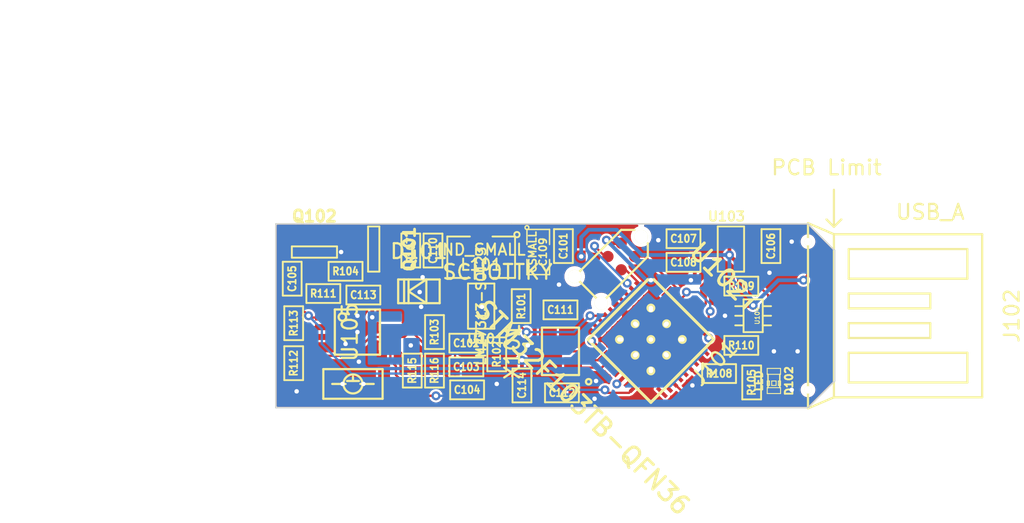
<source format=kicad_pcb>
(kicad_pcb (version 20221018) (generator pcbnew)
  (layers (0 "F.Cu" signal) (31 "B.Cu" signal) (34 "B.Paste" user) (35 "F.Paste" user) (36 "B.SilkS" user "B.Silkscreen") (37 "F.SilkS" user "F.Silkscreen") (38 "B.Mask" user) (39 "F.Mask" user) (44 "Edge.Cuts" user))
  (net 0 "")
  (net 1 "+3.3V")
  (net 2 "+5V")
  (net 3 "/AV_RNG_OUT")
  (net 4 "/DM")
  (net 5 "/DP")
  (net 6 "/HV")
  (net 7 "/RNG_EN")
  (net 8 "/TCK")
  (net 9 "/TDI")
  (net 10 "/TDO")
  (net 11 "/TMS")
  (net 12 "/USB_PUP")
  (net 13 "/Vref")
  (net 14 "/sw_1")
  (net 15 "GND")
  (net 16 "Net-(C102-Pad1)")
  (net 17 "Net-(C105-Pad1)")
  (net 18 "Net-(C105-Pad2)")
  (net 19 "Net-(C107-Pad1)")
  (net 20 "Net-(C110-Pad2)")
  (net 21 "Net-(C111-Pad2)")
  (net 22 "Net-(C112-Pad1)")
  (net 23 "Net-(D102-Pad1)")
  (net 24 "Net-(J102-Pad2)")
  (net 25 "Net-(J102-Pad3)")
  (net 26 "Net-(Q101-Pad2)")
  (net 27 "Net-(Q101-Pad3)")
  (net 28 "Net-(R105-Pad2)")
  (net 29 "Net-(R111-Pad1)")
  (net 30 "Net-(R112-Pad1)")
  (net 31 "Net-(R115-Pad1)")
  (net 32 "Net-(SW101-Pad2)")
  (net 33 "Net-(U102-Pad4)")
  (net 34 "Net-(U102-Pad7)")
  (net 35 "Net-(U102-Pad10)")
  (net 36 "Net-(U102-Pad11)")
  (net 37 "Net-(U102-Pad13)")
  (net 38 "Net-(U102-Pad14)")
  (net 39 "Net-(U102-Pad16)")
  (net 40 "Net-(U102-Pad17)")
  (net 41 "Net-(U102-Pad20)")
  (net 42 "Net-(U102-Pad21)")
  (net 43 "Net-(U102-Pad22)")
  (net 44 "Net-(U102-Pad31)")
  (net 45 "Net-(U102-Pad32)")
  (net 46 "Net-(U102-Pad33)")
  (net 47 "Net-(U102-Pad35)")
  (net 48 "Net-(U104-Pad3)")
  (net 49 "Net-(U104-Pad5)")
  (footprint "SOT23EBC" (layer "F.Cu") (at 76 41.6 -90)
    (fp_text reference "Q101")
    (fp_text value "NPN" hide)
  )
  (footprint "SOT23EBC" (layer "F.Cu") (at 72 41.8)
    (fp_text reference "Q102")
    (fp_text value "NPN" hide)
  )
  (footprint "SOT23-5" (layer "F.Cu") (at 83.25 45.45 -90)
    (fp_text reference "U101")
    (fp_text value "LM27313-SOT23")
  )
  (footprint "SOT23-5" (layer "F.Cu") (at 100.1 41.6 90)
    (fp_text reference "U103")
    (fp_text value "REG113-XX-SOT23" hide)
  )
  (footprint "SM0805" (layer "F.Cu") (at 87.1 41.8 -90)
    (fp_text reference "C109")
    (fp_text value "CSMALL")
  )
  (footprint "SM0603" (layer "F.Cu") (at 70.5 43.6 -90)
    (fp_text reference "C105")
    (fp_text value "CSMALL" hide)
  )
  (footprint "SM0603" (layer "F.Cu") (at 96.9 42.5 180)
    (fp_text reference "C108")
    (fp_text value "0.1u" hide)
  )
  (footprint "SM0603" (layer "F.Cu") (at 96.9 40.9 180)
    (fp_text reference "C107")
    (fp_text value "0.01u" hide)
  )
  (footprint "SM0603" (layer "F.Cu") (at 102.8 41.4 -90)
    (fp_text reference "C106")
    (fp_text value "0.1u" hide)
  )
  (footprint "SM0603" (layer "F.Cu") (at 99.3 50)
    (fp_text reference "R108")
    (fp_text value "RES_0603" hide)
  )
  (footprint "SM0603" (layer "F.Cu") (at 100.8 48.1)
    (fp_text reference "R110")
    (fp_text value "RES_0603" hide)
  )
  (footprint "SM0603" (layer "F.Cu") (at 100.8 44.1)
    (fp_text reference "R109")
    (fp_text value "RES_0603" hide)
  )
  (footprint "SM0603" (layer "F.Cu") (at 78.5 41.7 -90)
    (fp_text reference "R107")
    (fp_text value "330k" hide)
  )
  (footprint "SM0603" (layer "F.Cu") (at 82.3 51.1)
    (fp_text reference "C104")
    (fp_text value "1u" hide)
  )
  (footprint "SM0603" (layer "F.Cu") (at 74.1 43.1)
    (fp_text reference "R104")
    (fp_text value "330k" hide)
  )
  (footprint "SM0603" (layer "F.Cu") (at 82.25 49.55)
    (fp_text reference "C103")
    (fp_text value "CSMALL" hide)
  )
  (footprint "SM0603" (layer "F.Cu") (at 82.25 47.95 180)
    (fp_text reference "C102")
    (fp_text value "CSMALL" hide)
  )
  (footprint "SM0603" (layer "F.Cu") (at 84.3 48.7 90)
    (fp_text reference "R102")
    (fp_text value "RES_0603" hide)
  )
  (footprint "SM0603" (layer "F.Cu") (at 80.1 47.2 -90)
    (fp_text reference "R103")
    (fp_text value "RES_0603" hide)
  )
  (footprint "SM0603" (layer "F.Cu") (at 88.8 41.4 -90)
    (fp_text reference "C101")
    (fp_text value "CSMALL" hide)
  )
  (footprint "SM0603" (layer "F.Cu") (at 85.95 45.45 90)
    (fp_text reference "R101")
    (fp_text value "51k" hide)
  )
  (footprint "sc70-6" (layer "F.Cu") (at 101.6 46.1 -90)
    (fp_text reference "U104")
    (fp_text value "TPD4E1U06-SC70" hide)
  )
  (footprint "QFN:QFN36_6x6_0.5mm" (layer "F.Cu") (at 94.7 47.7 -45)
    (fp_text reference "U102")
    (fp_text value "STM32F103TB-QFN36")
  )
  (footprint "USB_A_KEY" (layer "F.Cu") (at 107.05 46.1)
    (fp_text reference "J102")
    (fp_text value "USB_A")
  )
  (footprint "TC2030-NL" (layer "F.Cu") (at 92.7 43 -135)
    (fp_text reference "J101")
    (fp_text value "TC2030-JTAG" hide)
  )
  (footprint "SM1210" (layer "F.Cu") (at 83.25 42.15 180)
    (fp_text reference "L101")
    (fp_text value "IND_SMALL")
  )
  (footprint "SM0603" (layer "F.Cu") (at 78.6 49.8 90)
    (fp_text reference "R115")
    (fp_text value "10k" hide)
  )
  (footprint "SM0603" (layer "F.Cu") (at 80.1 49.8 -90)
    (fp_text reference "R116")
    (fp_text value "10k" hide)
  )
  (footprint "SM0603" (layer "F.Cu") (at 72.6 44.6 180)
    (fp_text reference "R111")
    (fp_text value "RES_0603" hide)
  )
  (footprint "SM0603" (layer "F.Cu") (at 70.6 46.6 90)
    (fp_text reference "R113")
    (fp_text value "RES_0603" hide)
  )
  (footprint "SM0603" (layer "F.Cu") (at 70.6 49.3 -90)
    (fp_text reference "R112")
    (fp_text value "RES_0603" hide)
  )
  (footprint "SM0603" (layer "F.Cu") (at 88.6 45.7 180)
    (fp_text reference "C111")
    (fp_text value "10p" hide)
  )
  (footprint "SM0603" (layer "F.Cu") (at 80 41.7 90)
    (fp_text reference "C110")
    (fp_text value "10n" hide)
  )
  (footprint "SSOP8" (layer "F.Cu") (at 74.9 47.2 -90)
    (fp_text reference "U105")
    (fp_text value "TL972" hide)
  )
  (footprint "xtal_3.2x2.5" (layer "F.Cu") (at 88.6 48.5 90)
    (fp_text reference "X101")
    (fp_text value "SMD_XTAL" hide)
  )
  (footprint "SM0603" (layer "F.Cu") (at 88.7 51.3 180)
    (fp_text reference "C112")
    (fp_text value "10p" hide)
  )
  (footprint "SOD-123" (layer "F.Cu") (at 79.05 44.45)
    (fp_text reference "D101")
    (fp_text value "SCHOTTKY")
  )
  (footprint "SM0603" (layer "F.Cu") (at 101.5 50.6 -90)
    (fp_text reference "R105")
    (fp_text value "RES_0603" hide)
  )
  (footprint "LED-0603" (layer "F.Cu") (at 103 50.5 -90)
    (fp_text reference "D102")
    (fp_text value "LED")
  )
  (footprint "SM0603" (layer "F.Cu") (at 75.3 44.7 180)
    (fp_text reference "C113")
    (fp_text value "100n" hide)
  )
  (footprint "SM0603" (layer "F.Cu") (at 86 50.8 -90)
    (fp_text reference "C114")
    (fp_text value "10n" hide)
  )
  (footprint "VIA_600_300_GND" (layer "F.Cu") (at 88.5 44)
    (fp_text reference "VIA_600_300_GND" hide)
    (fp_text value "VAL**" hide)
  )
  (footprint "VIA_600_300_GND" (layer "F.Cu") (at 91 50.5)
    (fp_text reference "VIA_600_300_GND" hide)
    (fp_text value "VAL**" hide)
  )
  (footprint "VIA_600_300_GND" (layer "F.Cu") (at 103 48.5)
    (fp_text reference "VIA_600_300_GND" hide)
    (fp_text value "VAL**" hide)
  )
  (footprint "ALPS_SKRKAEE010" (layer "F.Cu") (at 74.6 50.7)
    (fp_text reference "SW101" hide)
    (fp_text value "SW_PUSH_SMALL" hide)
  )
  (footprint "VIA_600_300_GND" (layer "F.Cu") (at 83.3 45.5)
    (fp_text reference "VIA_600_300_GND" hide)
    (fp_text value "VAL**" hide)
  )
  (footprint "VIA_600_300_GND" (layer "F.Cu") (at 70.8 51.2)
    (fp_text reference "VIA_600_300_GND" hide)
    (fp_text value "VAL**" hide)
  )
  (footprint "VIA_600_300_GND" (layer "F.Cu") (at 73.9 50.7)
    (fp_text reference "VIA_600_300_GND" hide)
    (fp_text value "VAL**" hide)
  )
  (footprint "VIA_600_300_GND" (layer "F.Cu") (at 75.3 50.7)
    (fp_text reference "VIA_600_300_GND" hide)
    (fp_text value "VAL**" hide)
  )
  (footprint "VIA_600_300_GND" (layer "F.Cu") (at 74.9 47.2)
    (fp_text reference "VIA_600_300_GND" hide)
    (fp_text value "VAL**" hide)
  )
  (footprint "VIA_600_300_GND" (layer "F.Cu") (at 74.9 46.1)
    (fp_text reference "VIA_600_300_GND" hide)
    (fp_text value "VAL**" hide)
  )
  (footprint "VIA_600_300_GND" (layer "F.Cu") (at 74.1 48)
    (fp_text reference "VIA_600_300_GND" hide)
    (fp_text value "VAL**" hide)
  )
  (footprint "VIA_600_300_GND" (layer "F.Cu") (at 79.1 44.5)
    (fp_text reference "VIA_600_300_GND" hide)
    (fp_text value "VAL**" hide)
  )
  (footprint "VIA_600_300_GND" (layer "F.Cu") (at 79.3 43.5)
    (fp_text reference "VIA_600_300_GND" hide)
    (fp_text value "VAL**" hide)
  )
  (footprint "VIA_600_300_GND" (layer "F.Cu") (at 79.2 45.5)
    (fp_text reference "VIA_600_300_GND" hide)
    (fp_text value "VAL**" hide)
  )
  (footprint "VIA_600_300_GND" (layer "F.Cu") (at 86.4 48.1)
    (fp_text reference "VIA_600_300_GND" hide)
    (fp_text value "VAL**" hide)
  )
  (footprint "VIA_600_300_GND" (layer "F.Cu") (at 84.3 50.7)
    (fp_text reference "VIA_600_300_GND" hide)
    (fp_text value "VAL**" hide)
  )
  (footprint "VIA_600_300_GND" (layer "F.Cu") (at 104.6 48.5)
    (fp_text reference "VIA_600_300_GND" hide)
    (fp_text value "VAL**" hide)
  )
  (footprint "VIA_600_300_GND" (layer "F.Cu") (at 104.2 51.1)
    (fp_text reference "VIA_600_300_GND" hide)
    (fp_text value "VAL**" hide)
  )
  (footprint "VIA_600_300_GND" (layer "F.Cu") (at 73.8 41.8)
    (fp_text reference "VIA_600_300_GND" hide)
    (fp_text value "VAL**" hide)
  )
  (footprint "VIA_600_300_GND" (layer "F.Cu") (at 94.7 47.7)
    (fp_text reference "VIA_600_300_GND" hide)
    (fp_text value "VAL**" hide)
  )
  (footprint "VIA_600_300_GND" (layer "F.Cu") (at 93.7 48.7)
    (fp_text reference "VIA_600_300_GND" hide)
    (fp_text value "VAL**" hide)
  )
  (footprint "VIA_600_300_GND" (layer "F.Cu") (at 95.7 48.7)
    (fp_text reference "VIA_600_300_GND" hide)
    (fp_text value "VAL**" hide)
  )
  (footprint "VIA_600_300_GND" (layer "F.Cu") (at 95.7 46.7)
    (fp_text reference "VIA_600_300_GND" hide)
    (fp_text value "VAL**" hide)
  )
  (footprint "VIA_600_300_GND" (layer "F.Cu") (at 93.7 46.7)
    (fp_text reference "VIA_600_300_GND" hide)
    (fp_text value "VAL**" hide)
  )
  (footprint "VIA_600_300_GND" (layer "F.Cu") (at 94.7 45.7)
    (fp_text reference "VIA_600_300_GND" hide)
    (fp_text value "VAL**" hide)
  )
  (footprint "VIA_600_300_GND" (layer "F.Cu") (at 94.7 49.7)
    (fp_text reference "VIA_600_300_GND" hide)
    (fp_text value "VAL**" hide)
  )
  (footprint "VIA_600_300_GND" (layer "F.Cu") (at 96.7 47.7)
    (fp_text reference "VIA_600_300_GND" hide)
    (fp_text value "VAL**" hide)
  )
  (footprint "VIA_600_300_GND" (layer "F.Cu") (at 92.7 47.7)
    (fp_text reference "VIA_600_300_GND" hide)
    (fp_text value "VAL**" hide)
  )
  (footprint "VIA_600_300_GND" (layer "F.Cu") (at 75 49.2)
    (fp_text reference "VIA_600_300_GND" hide)
    (fp_text value "VAL**" hide)
  )
  (footprint "VIA_600_300_GND" (layer "F.Cu") (at 97.5 50.8)
    (fp_text reference "VIA_600_300_GND" hide)
    (fp_text value "VAL**" hide)
  )
  (footprint "VIA_600_300_GND" (layer "F.Cu") (at 102.7 43.2)
    (fp_text reference "VIA_600_300_GND" hide)
    (fp_text value "VAL**" hide)
  )
  (footprint "VIA_600_300_GND" (layer "F.Cu") (at 104.2 41.1)
    (fp_text reference "VIA_600_300_GND" hide)
    (fp_text value "VAL**" hide)
  )
  (footprint "VIA_Workaround:VIA_600_300_GND" (layer "F.Cu") (at 95.2 41)
    (fp_text reference "VIA_600_300_GND" hide)
    (fp_text value "VAL**" hide)
  )
  (gr_line (start 107 50.6) (end 107.1 50.5) (stroke (width 0.1)) (layer "Edge.Cuts"))
  (gr_line (start 69.4 39.9) (end 85.3 39.9) (stroke (width 0.1)) (layer "Edge.Cuts"))
  (gr_line (start 69.4 39.9) (end 69.4 52.3) (stroke (width 0.1)) (layer "Edge.Cuts"))
  (gr_line (start 105.3 39.9) (end 107.1 41.7) (stroke (width 0.1)) (layer "Edge.Cuts"))
  (gr_line (start 105.3 52.3) (end 107 50.6) (stroke (width 0.1)) (layer "Edge.Cuts"))
  (gr_line (start 69.4 52.3) (end 85.3 52.3) (stroke (width 0.1)) (layer "Edge.Cuts"))
  (gr_line (start 85.3 39.9) (end 105.3 39.9) (stroke (width 0.1)) (layer "Edge.Cuts"))
  (gr_line (start 85.3 52.3) (end 105.3 52.3) (stroke (width 0.1)) (layer "Edge.Cuts"))
  (gr_line (start 107.1 41.7) (end 107.1 50.5) (stroke (width 0.1)) (layer "Edge.Cuts"))
  (segment (start 94.151992 44.151992) (end 94.151992 44.323565) (width 0.152) (layer "F.Cu") (net 1))
  (segment (start 98.7775 42.5) (end 98.83 42.5525) (width 0.254) (layer "F.Cu") (net 1))
  (segment (start 75.9221 46.2221) (end 75.9 46.2) (width 0.254) (layer "F.Cu") (net 1))
  (segment (start 97.662 43.438) (end 97.4 43.7) (width 0.254) (layer "F.Cu") (net 1))
  (segment (start 91.7 41) (end 91.903949 41.203949) (width 0.254) (layer "F.Cu") (net 1))
  (segment (start 91.903949 41.203949) (end 92.7 41.203949) (width 0.254) (layer "F.Cu") (net 1))
  (segment (start 75.9 44.862) (end 76.062 44.7) (width 0.254) (layer "F.Cu") (net 1))
  (segment (start 78.6 48.2) (end 78.5 48.1) (width 0.254) (layer "F.Cu") (net 1))
  (segment (start 97.662 42.5) (end 98.7775 42.5) (width 0.254) (layer "F.Cu") (net 1))
  (segment (start 86 50.038) (end 86 49.1) (width 0.254) (layer "F.Cu") (net 1))
  (segment (start 78.6 49.038) (end 78.6 48.2) (width 0.254) (layer "F.Cu") (net 1))
  (segment (start 97.662 42.5) (end 97.662 43.438) (width 0.254) (layer "F.Cu") (net 1))
  (segment (start 75.9 46.2) (end 75.9 44.862) (width 0.254) (layer "F.Cu") (net 1))
  (segment (start 77.1225 46.2221) (end 75.9221 46.2221) (width 0.254) (layer "F.Cu") (net 1))
  (via (at 75.9 46.2) (size 0.6) (drill 0.3) (layers "F.Cu" "B.Cu") (net 1))
  (via (at 97.4 43.7) (size 0.6) (drill 0.3) (layers "F.Cu" "B.Cu") (net 1))
  (via (at 86 49.1) (size 0.6) (drill 0.3) (layers "F.Cu" "B.Cu") (net 1))
  (via (at 91.7 41) (size 0.6) (drill 0.3) (layers "F.Cu" "B.Cu") (net 1))
  (via (at 78.5 48.1) (size 0.6) (drill 0.3) (layers "F.Cu" "B.Cu") (net 1))
  (segment (start 94.4 43.7) (end 91.7 41) (width 0.254) (layer "B.Cu") (net 1))
  (segment (start 101.5604 45.4396) (end 101.6 45.4) (width 0.254) (layer "F.Cu") (net 2))
  (segment (start 105 43.7) (end 105.3 43.4) (width 0.254) (layer "F.Cu") (net 2))
  (segment (start 105.3 43.4) (end 105.3 42.6) (width 0.254) (layer "F.Cu") (net 2))
  (segment (start 90 42.1) (end 89.938 42.162) (width 0.254) (layer "F.Cu") (net 2))
  (segment (start 88.8 42.162) (end 89.938 42.162) (width 0.254) (layer "F.Cu") (net 2))
  (segment (start 101.3795 40.638) (end 101.37 40.6475) (width 0.254) (layer "F.Cu") (net 2))
  (segment (start 100.3525 40.6475) (end 100 41) (width 0.254) (layer "F.Cu") (net 2))
  (segment (start 100 41) (end 100 42) (width 0.254) (layer "F.Cu") (net 2))
  (segment (start 100 42) (end 100.5525 42.5525) (width 0.254) (layer "F.Cu") (net 2))
  (segment (start 100.5525 42.5525) (end 101.37 42.5525) (width 0.254) (layer "F.Cu") (net 2))
  (segment (start 100.584 45.4396) (end 101.5604 45.4396) (width 0.254) (layer "F.Cu") (net 2))
  (segment (start 102.8 40.638) (end 101.3795 40.638) (width 0.254) (layer "F.Cu") (net 2))
  (segment (start 101.37 40.6475) (end 100.3525 40.6475) (width 0.254) (layer "F.Cu") (net 2))
  (via (at 90 42.1) (size 0.6) (drill 0.3) (layers "F.Cu" "B.Cu") (net 2))
  (via (at 105 43.7) (size 0.6) (drill 0.3) (layers "F.Cu" "B.Cu") (net 2))
  (via (at 100 42) (size 0.6) (drill 0.3) (layers "F.Cu" "B.Cu") (net 2))
  (via (at 101.6 45.4) (size 0.6) (drill 0.3) (layers "F.Cu" "B.Cu") (net 2))
  (segment (start 101.6 45.4) (end 103.3 43.7) (width 0.254) (layer "B.Cu") (net 2))
  (segment (start 103.3 43.7) (end 105 43.7) (width 0.254) (layer "B.Cu") (net 2))
  (segment (start 94.1 42) (end 92.4 40.3) (width 0.254) (layer "B.Cu") (net 2))
  (segment (start 92.4 40.3) (end 90.5 40.3) (width 0.254) (layer "B.Cu") (net 2))
  (segment (start 90.5 40.3) (end 90 40.8) (width 0.254) (layer "B.Cu") (net 2))
  (segment (start 90 40.8) (end 90 42.1) (width 0.254) (layer "B.Cu") (net 2))
  (segment (start 101.6 45.1) (end 100 43.5) (width 0.254) (layer "B.Cu") (net 2))
  (segment (start 100 43.5) (end 100 42) (width 0.254) (layer "B.Cu") (net 2))
  (segment (start 98.5 42) (end 98.5 42) (width 0.254) (layer "B.Cu") (net 2))
  (segment (start 98.5 42) (end 100 42) (width 0.254) (layer "B.Cu") (net 2))
  (segment (start 94.1 42) (end 98.5 42) (width 0.254) (layer "B.Cu") (net 2))
  (segment (start 101.6 45.4) (end 101.6 45.1) (width 0.254) (layer "B.Cu") (net 2))
  (segment (start 71.338 45.838) (end 71.6 46.1) (width 0.152) (layer "F.Cu") (net 3))
  (segment (start 71.7221 46.2221) (end 72.6775 46.2221) (width 0.152) (layer "F.Cu") (net 3))
  (segment (start 71.6 46.1) (end 71.7221 46.2221) (width 0.152) (layer "F.Cu") (net 3))
  (segment (start 70.6 45.838) (end 71.338 45.838) (width 0.152) (layer "F.Cu") (net 3))
  (via (at 71.6 46.1) (size 0.6) (drill 0.3) (layers "F.Cu" "B.Cu") (net 3))
  (via (at 91.6 51.1) (size 0.6) (drill 0.3) (layers "F.Cu" "B.Cu") (net 3))
  (segment (start 71.6 46.1) (end 72.5 47) (width 0.152) (layer "B.Cu") (net 3))
  (segment (start 74.5 50) (end 72.5 48) (width 0.152) (layer "B.Cu") (net 3))
  (segment (start 87.9 50) (end 89 51.1) (width 0.152) (layer "B.Cu") (net 3))
  (segment (start 89 51.1) (end 91.6 51.1) (width 0.152) (layer "B.Cu") (net 3))
  (segment (start 74.5 50) (end 87.9 50) (width 0.152) (layer "B.Cu") (net 3))
  (segment (start 72.5 48) (end 72.5 47) (width 0.152) (layer "B.Cu") (net 3))
  (segment (start 98.8 43.8) (end 99.1 44.1) (width 0.152) (layer "F.Cu") (net 4))
  (segment (start 99.1 44.1) (end 100.038 44.1) (width 0.152) (layer "F.Cu") (net 4))
  (segment (start 99.4 47.1) (end 100.038 47.738) (width 0.152) (layer "F.Cu") (net 5))
  (segment (start 100.038 48.1) (end 100.038 47.738) (width 0.152) (layer "F.Cu") (net 5))
  (segment (start 100.062 48.124) (end 100.038 48.1) (width 0.152) (layer "F.Cu") (net 5))
  (segment (start 97.015775 49.315775) (end 97.7 50) (width 0.152) (layer "F.Cu") (net 5))
  (segment (start 98.6 46.3) (end 98.6 45.9) (width 0.152) (layer "F.Cu") (net 5))
  (segment (start 98.6 45.9) (end 98.7 45.8) (width 0.152) (layer "F.Cu") (net 5))
  (segment (start 99.4 47.1) (end 98.6 46.3) (width 0.152) (layer "F.Cu") (net 5))
  (segment (start 97.015775 49.308668) (end 97.015775 49.315775) (width 0.152) (layer "F.Cu") (net 5))
  (segment (start 100.062 50) (end 100.062 48.124) (width 0.152) (layer "F.Cu") (net 5))
  (via (at 98.7 45.8) (size 0.6) (drill 0.3) (layers "F.Cu" "B.Cu") (net 5))
  (segment (start 97.9 44.5) (end 98.7 45.3) (width 0.152) (layer "B.Cu") (net 5))
  (segment (start 98.7 45.8) (end 98.7 45.3) (width 0.152) (layer "B.Cu") (net 5))
  (segment (start 81.476 47.962) (end 81.488 47.95) (width 0.152) (layer "F.Cu") (net 6))
  (segment (start 77.415 44.615) (end 78.662 45.862) (width 0.152) (layer "F.Cu") (net 6))
  (segment (start 78.662 45.862) (end 78.662 47.262) (width 0.152) (layer "F.Cu") (net 6))
  (segment (start 79.362 47.962) (end 78.662 47.262) (width 0.152) (layer "F.Cu") (net 6))
  (segment (start 81.488 51.05) (end 81.538 51.1) (width 0.152) (layer "F.Cu") (net 6))
  (segment (start 77.415 44.285) (end 78.5 43.2) (width 0.152) (layer "F.Cu") (net 6))
  (segment (start 78.5 43.2) (end 78.5 42.462) (width 0.152) (layer "F.Cu") (net 6))
  (segment (start 76.2 43.1) (end 76.5 43.4) (width 0.152) (layer "F.Cu") (net 6))
  (segment (start 76.5 43.4) (end 77 43.4) (width 0.152) (layer "F.Cu") (net 6))
  (segment (start 77 43.4) (end 77.415 43.815) (width 0.152) (layer "F.Cu") (net 6))
  (segment (start 77.415 43.815) (end 77.415 44.45) (width 0.152) (layer "F.Cu") (net 6))
  (segment (start 77.415 44.45) (end 77.415 44.615) (width 0.152) (layer "F.Cu") (net 6))
  (segment (start 77.415 44.45) (end 77.415 44.285) (width 0.152) (layer "F.Cu") (net 6))
  (segment (start 81.488 49.55) (end 81.488 51.05) (width 0.152) (layer "F.Cu") (net 6))
  (segment (start 80.1 47.962) (end 81.476 47.962) (width 0.152) (layer "F.Cu") (net 6))
  (segment (start 80.1 47.962) (end 79.362 47.962) (width 0.152) (layer "F.Cu") (net 6))
  (segment (start 74.862 43.1) (end 76.2 43.1) (width 0.152) (layer "F.Cu") (net 6))
  (segment (start 81.488 49.55) (end 81.488 47.95) (width 0.152) (layer "F.Cu") (net 6))
  (segment (start 80 42.462) (end 78.5 42.462) (width 0.152) (layer "F.Cu") (net 6))
  (segment (start 85.7595 46.4025) (end 85.95 46.212) (width 0.152) (layer "F.Cu") (net 7))
  (segment (start 94.301974 42.101974) (end 96.4 44.2) (width 0.152) (layer "F.Cu") (net 7))
  (segment (start 96.4 44.2) (end 96.4 44.585787) (width 0.152) (layer "F.Cu") (net 7))
  (segment (start 96.4 44.585787) (end 95.955115 45.030672) (width 0.152) (layer "F.Cu") (net 7))
  (segment (start 85.95 46.85) (end 86.3 47.2) (width 0.152) (layer "F.Cu") (net 7))
  (segment (start 90.6 46.1) (end 91.5 46.1) (width 0.152) (layer "F.Cu") (net 7))
  (segment (start 85.95 46.212) (end 85.95 46.85) (width 0.152) (layer "F.Cu") (net 7))
  (segment (start 84.52 46.4025) (end 85.7595 46.4025) (width 0.152) (layer "F.Cu") (net 7))
  (via (at 86.3 47.2) (size 0.6) (drill 0.3) (layers "F.Cu" "B.Cu") (net 7))
  (via (at 90.6 46.1) (size 0.6) (drill 0.3) (layers "F.Cu" "B.Cu") (net 7))
  (segment (start 86.3 47.2) (end 89.5 47.2) (width 0.152) (layer "B.Cu") (net 7))
  (segment (start 89.5 47.2) (end 90.6 46.1) (width 0.152) (layer "B.Cu") (net 7))
  (segment (start 93 43) (end 94.151992 44.151992) (width 0.152) (layer "F.Cu") (net 8))
  (segment (start 98.151992 47.151992) (end 98.6 47.6) (width 0.254) (layer "F.Cu") (net 8))
  (segment (start 98.076435 47.151992) (end 98.151992 47.151992) (width 0.254) (layer "F.Cu") (net 8))
  (segment (start 92.7 43) (end 93 43) (width 0.152) (layer "F.Cu") (net 8))
  (via (at 98.6 47.6) (size 0.6) (drill 0.3) (layers "F.Cu" "B.Cu") (net 8))
  (segment (start 90.9 41.4) (end 91.601974 42.101974) (width 0.152) (layer "F.Cu") (net 9))
  (segment (start 91.601974 42.101974) (end 91.801974 42.101974) (width 0.152) (layer "F.Cu") (net 9))
  (via (at 90.9 41.4) (size 0.6) (drill 0.3) (layers "F.Cu" "B.Cu") (net 9))
  (segment (start 91.801974 43.898026) (end 92.312239 43.898026) (width 0.152) (layer "F.Cu") (net 10))
  (segment (start 93.598026 42.101974) (end 94.301974 42.101974) (width 0.152) (layer "F.Cu") (net 11))
  (segment (start 97.7 50) (end 98.538 50) (width 0.152) (layer "F.Cu") (net 12))
  (segment (start 93.084225 50.015775) (end 92.4 50.7) (width 0.254) (layer "F.Cu") (net 12))
  (segment (start 93.091332 50.015775) (end 93.084225 50.015775) (width 0.254) (layer "F.Cu") (net 12))
  (via (at 92.4 50.7) (size 0.6) (drill 0.3) (layers "F.Cu" "B.Cu") (net 12))
  (segment (start 78.0698 46.8698) (end 78.2 47) (width 0.152) (layer "F.Cu") (net 13))
  (segment (start 78.2 47) (end 78.2 47.4) (width 0.152) (layer "F.Cu") (net 13))
  (segment (start 78.2 47.4) (end 78.0698 47.5302) (width 0.152) (layer "F.Cu") (net 13))
  (segment (start 78.0698 47.5302) (end 77.1225 47.5302) (width 0.152) (layer "F.Cu") (net 13))
  (segment (start 70.738 50.062) (end 72 48.8) (width 0.152) (layer "F.Cu") (net 13))
  (segment (start 72 48.8) (end 74.5 48.8) (width 0.152) (layer "F.Cu") (net 13))
  (segment (start 74.5 48.8) (end 75.7698 47.5302) (width 0.152) (layer "F.Cu") (net 13))
  (segment (start 75.7698 47.5302) (end 77.1225 47.5302) (width 0.152) (layer "F.Cu") (net 13))
  (segment (start 77.1225 46.8698) (end 78.0698 46.8698) (width 0.152) (layer "F.Cu") (net 13))
  (segment (start 70.6 50.062) (end 70.738 50.062) (width 0.152) (layer "F.Cu") (net 13))
  (segment (start 95.248008 44.248008) (end 94.7 43.7) (width 0.254) (layer "F.Cu") (net 15))
  (segment (start 94.151992 51.148008) (end 94.151992 51.076435) (width 0.152) (layer "F.Cu") (net 15))
  (segment (start 90.9 51.7) (end 93.4 51.7) (width 0.152) (layer "F.Cu") (net 15))
  (segment (start 93.4 51.7) (end 93.6 51.7) (width 0.152) (layer "F.Cu") (net 15))
  (segment (start 93.6 51.7) (end 94.151992 51.148008) (width 0.152) (layer "F.Cu") (net 15))
  (segment (start 94.151992 51.148008) (end 94.151992 51.076435) (width 0.152) (layer "F.Cu") (net 15))
  (segment (start 95.248008 44.323565) (end 95.248008 44.248008) (width 0.254) (layer "F.Cu") (net 15))
  (segment (start 100.584 46.1) (end 99.7 46.1) (width 0.152) (layer "F.Cu") (net 15))
  (via (at 99.7 46.1) (size 0.6) (drill 0.3) (layers "F.Cu" "B.Cu") (net 15))
  (via (at 94.7 43.7) (size 0.6) (drill 0.3) (layers "F.Cu" "B.Cu") (net 15))
  (via (at 90.9 51.7) (size 0.6) (drill 0.3) (layers "F.Cu" "B.Cu") (net 15))
  (segment (start 80.2 51.5) (end 85.9 51.5) (width 0.152) (layer "B.Cu") (net 15))
  (segment (start 85.9 51.5) (end 86.1 51.7) (width 0.152) (layer "B.Cu") (net 15))
  (segment (start 94.7 43.7) (end 94.4 43.7) (width 0.254) (layer "B.Cu") (net 15))
  (segment (start 86.1 51.7) (end 90.9 51.7) (width 0.152) (layer "B.Cu") (net 15))
  (segment (start 81.9445 46.438) (end 81.98 46.4025) (width 0.152) (layer "F.Cu") (net 16))
  (segment (start 82.6025 46.4025) (end 83.012 46.812) (width 0.152) (layer "F.Cu") (net 16))
  (segment (start 83.012 46.812) (end 83.012 47.95) (width 0.152) (layer "F.Cu") (net 16))
  (segment (start 83.024 47.938) (end 83.012 47.95) (width 0.152) (layer "F.Cu") (net 16))
  (segment (start 80.1 46.438) (end 81.9445 46.438) (width 0.152) (layer "F.Cu") (net 16))
  (segment (start 81.98 46.4025) (end 82.6025 46.4025) (width 0.152) (layer "F.Cu") (net 16))
  (segment (start 84.3 47.938) (end 83.024 47.938) (width 0.152) (layer "F.Cu") (net 16))
  (segment (start 70.522 42.816) (end 70.5 42.838) (width 0.152) (layer "F.Cu") (net 17))
  (segment (start 73.054 42.816) (end 73.338 43.1) (width 0.152) (layer "F.Cu") (net 17))
  (segment (start 72 42.816) (end 70.522 42.816) (width 0.152) (layer "F.Cu") (net 17))
  (segment (start 72 42.816) (end 73.054 42.816) (width 0.152) (layer "F.Cu") (net 17))
  (segment (start 71.6 44.362) (end 71.838 44.6) (width 0.152) (layer "F.Cu") (net 18))
  (segment (start 70.5 44.362) (end 71.6 44.362) (width 0.152) (layer "F.Cu") (net 18))
  (segment (start 98.5775 40.9) (end 98.83 40.6475) (width 0.152) (layer "F.Cu") (net 19))
  (segment (start 97.662 40.9) (end 98.5775 40.9) (width 0.152) (layer "F.Cu") (net 19))
  (segment (start 78.273 40.711) (end 78.5 40.938) (width 0.152) (layer "F.Cu") (net 20))
  (segment (start 77.016 40.711) (end 78.273 40.711) (width 0.152) (layer "F.Cu") (net 20))
  (segment (start 80 40.938) (end 78.5 40.938) (width 0.152) (layer "F.Cu") (net 20))
  (segment (start 87.75 47.55) (end 88.7 48.5) (width 0.152) (layer "F.Cu") (net 21))
  (segment (start 88.7 48.5) (end 90.1 48.5) (width 0.152) (layer "F.Cu") (net 21))
  (segment (start 90.1 48.5) (end 90.7 49.1) (width 0.152) (layer "F.Cu") (net 21))
  (segment (start 87.838 47.312) (end 87.75 47.4) (width 0.152) (layer "F.Cu") (net 21))
  (segment (start 93.798439 44.598439) (end 93.1 43.9) (width 0.152) (layer "F.Cu") (net 21))
  (segment (start 93.798439 44.677119) (end 93.798439 44.598439) (width 0.152) (layer "F.Cu") (net 21))
  (segment (start 87.838 45.7) (end 87.838 47.312) (width 0.152) (layer "F.Cu") (net 21))
  (segment (start 87.75 47.4) (end 87.75 47.55) (width 0.152) (layer "F.Cu") (net 21))
  (via (at 93.1 43.9) (size 0.6) (drill 0.3) (layers "F.Cu" "B.Cu") (net 21))
  (segment (start 93.1 43.9) (end 90.9 41.7) (width 0.152) (layer "B.Cu") (net 21))
  (segment (start 90.9 41.7) (end 90.9 41.4) (width 0.152) (layer "B.Cu") (net 21))
  (segment (start 89.462 49.612) (end 89.45 49.6) (width 0.152) (layer "F.Cu") (net 22))
  (segment (start 92.312239 43.898026) (end 93.444885 45.030672) (width 0.152) (layer "F.Cu") (net 22))
  (segment (start 89.45 49.6) (end 91.385787 49.6) (width 0.152) (layer "F.Cu") (net 22))
  (segment (start 89.462 51.3) (end 89.462 49.612) (width 0.152) (layer "F.Cu") (net 22))
  (segment (start 102.9127 49.838) (end 103 49.7507) (width 0.152) (layer "F.Cu") (net 23))
  (segment (start 101.5 49.838) (end 102.9127 49.838) (width 0.152) (layer "F.Cu") (net 23))
  (segment (start 103.9 45.1) (end 103.5604 45.4396) (width 0.152) (layer "F.Cu") (net 24))
  (segment (start 103.5604 45.4396) (end 102.616 45.4396) (width 0.152) (layer "F.Cu") (net 24))
  (segment (start 102 44.1) (end 102.616 44.716) (width 0.152) (layer "F.Cu") (net 24))
  (segment (start 102.616 44.716) (end 102.616 45.4396) (width 0.152) (layer "F.Cu") (net 24))
  (segment (start 101.562 44.1) (end 102 44.1) (width 0.152) (layer "F.Cu") (net 24))
  (segment (start 105.3 45.1) (end 103.9 45.1) (width 0.152) (layer "F.Cu") (net 24))
  (segment (start 103.9 47.1) (end 103.5604 46.7604) (width 0.152) (layer "F.Cu") (net 25))
  (segment (start 103.5604 46.7604) (end 102.616 46.7604) (width 0.152) (layer "F.Cu") (net 25))
  (segment (start 101.8 48.1) (end 102.616 47.284) (width 0.152) (layer "F.Cu") (net 25))
  (segment (start 102.616 47.284) (end 102.616 46.7604) (width 0.152) (layer "F.Cu") (net 25))
  (segment (start 101.562 48.1) (end 101.8 48.1) (width 0.152) (layer "F.Cu") (net 25))
  (segment (start 105.3 47.1) (end 103.9 47.1) (width 0.152) (layer "F.Cu") (net 25))
  (segment (start 75.584 40.784) (end 76 41.2) (width 0.152) (layer "F.Cu") (net 26))
  (segment (start 76 41.2) (end 76 42.1) (width 0.152) (layer "F.Cu") (net 26))
  (segment (start 76 42.1) (end 76.389 42.489) (width 0.152) (layer "F.Cu") (net 26))
  (segment (start 76.389 42.489) (end 77.016 42.489) (width 0.152) (layer "F.Cu") (net 26))
  (segment (start 72.889 40.784) (end 75.584 40.784) (width 0.152) (layer "F.Cu") (net 26))
  (segment (start 91.385787 49.6) (end 92.030672 48.955115) (width 0.152) (layer "F.Cu") (net 28))
  (segment (start 96.962 51.362) (end 101.5 51.362) (width 0.152) (layer "F.Cu") (net 28))
  (segment (start 73.362 45.162) (end 74 45.8) (width 0.152) (layer "F.Cu") (net 29))
  (segment (start 74 45.8) (end 74 46.5) (width 0.152) (layer "F.Cu") (net 29))
  (segment (start 74 46.5) (end 73.6302 46.8698) (width 0.152) (layer "F.Cu") (net 29))
  (segment (start 73.6302 46.8698) (end 72.6775 46.8698) (width 0.152) (layer "F.Cu") (net 29))
  (segment (start 71.138 47.362) (end 71.6302 46.8698) (width 0.152) (layer "F.Cu") (net 29))
  (segment (start 71.6302 46.8698) (end 72.6775 46.8698) (width 0.152) (layer "F.Cu") (net 29))
  (segment (start 73.362 44.6) (end 73.362 45.162) (width 0.152) (layer "F.Cu") (net 29))
  (segment (start 70.6 47.362) (end 71.138 47.362) (width 0.152) (layer "F.Cu") (net 29))
  (segment (start 70.862 48.538) (end 71.8698 47.5302) (width 0.152) (layer "F.Cu") (net 30))
  (segment (start 71.8698 47.5302) (end 72.6775 47.5302) (width 0.152) (layer "F.Cu") (net 30))
  (segment (start 70.6 48.538) (end 70.862 48.538) (width 0.152) (layer "F.Cu") (net 30))
  (segment (start 77.1225 49.1225) (end 77.5 49.5) (width 0.152) (layer "F.Cu") (net 31))
  (segment (start 77.5 49.5) (end 77.5 50.1) (width 0.152) (layer "F.Cu") (net 31))
  (segment (start 77.5 50.1) (end 77.962 50.562) (width 0.152) (layer "F.Cu") (net 31))
  (segment (start 77.962 50.562) (end 78.6 50.562) (width 0.152) (layer "F.Cu") (net 31))
  (segment (start 77.1225 48.1779) (end 77.1225 49.1225) (width 0.152) (layer "F.Cu") (net 31))
  (segment (start 78.6 50.562) (end 80.1 50.562) (width 0.152) (layer "F.Cu") (net 31))
  (segment (start 77.1 50.7) (end 77.9 51.5) (width 0.152) (layer "F.Cu") (net 32))
  (segment (start 77.9 51.5) (end 80.2 51.5) (width 0.152) (layer "F.Cu") (net 32))
  (segment (start 76.7 50.7) (end 77.1 50.7) (width 0.152) (layer "F.Cu") (net 32))
  (via (at 80.2 51.5) (size 0.6) (drill 0.3) (layers "F.Cu" "B.Cu") (net 32))
  (segment (start 91.5 46.1) (end 91.7 46.1) (width 0.152) (layer "F.Cu") (net 34))
  (segment (start 91.7 46.1) (end 92.030672 46.430672) (width 0.152) (layer "F.Cu") (net 34))
  (segment (start 92.030672 46.430672) (end 92.030672 46.444885) (width 0.152) (layer "F.Cu") (net 34))
  (segment (start 91.148008 48.248008) (end 90.7 47.8) (width 0.254) (layer "F.Cu") (net 35))
  (segment (start 91.323565 48.248008) (end 91.148008 48.248008) (width 0.254) (layer "F.Cu") (net 35))
  (via (at 90.7 47.8) (size 0.6) (drill 0.3) (layers "F.Cu" "B.Cu") (net 35))
  (segment (start 90.7 49.1) (end 91.17868 49.1) (width 0.152) (layer "F.Cu") (net 36))
  (segment (start 91.17868 49.1) (end 91.677119 48.601561) (width 0.152) (layer "F.Cu") (net 36))
  (segment (start 91.6 51.1) (end 91.8 51.3) (width 0.152) (layer "F.Cu") (net 40))
  (segment (start 91.8 51.3) (end 93.22132 51.3) (width 0.152) (layer "F.Cu") (net 40))
  (segment (start 93.22132 51.3) (end 93.798439 50.722881) (width 0.152) (layer "F.Cu") (net 40))
  (segment (start 95.969328 50.369328) (end 96.962 51.362) (width 0.152) (layer "F.Cu") (net 42))
  (segment (start 95.955115 50.369328) (end 95.969328 50.369328) (width 0.152) (layer "F.Cu") (net 42))
  (segment (start 97.2 45.2) (end 97.6 45.2) (width 0.152) (layer "F.Cu") (net 45))
  (segment (start 97.6 45.2) (end 97.9 45.5) (width 0.152) (layer "F.Cu") (net 45))
  (segment (start 97.9 45.5) (end 98.2 45.5) (width 0.152) (layer "F.Cu") (net 45))
  (segment (start 98.2 45.5) (end 98.4 45.3) (width 0.152) (layer "F.Cu") (net 45))
  (segment (start 98.4 45.3) (end 98.4 44.8) (width 0.152) (layer "F.Cu") (net 45))
  (segment (start 98.4 44.8) (end 98.1 44.5) (width 0.152) (layer "F.Cu") (net 45))
  (segment (start 98.1 44.5) (end 98.1 44.1) (width 0.152) (layer "F.Cu") (net 45))
  (segment (start 98.1 44.1) (end 98.4 43.8) (width 0.152) (layer "F.Cu") (net 45))
  (segment (start 98.4 43.8) (end 98.8 43.8) (width 0.152) (layer "F.Cu") (net 45))
  (segment (start 96.662221 45.737779) (end 97.2 45.2) (width 0.152) (layer "F.Cu") (net 45))
  (segment (start 96.315775 45.384225) (end 97.1 44.6) (width 0.152) (layer "F.Cu") (net 46))
  (segment (start 97.1 44.6) (end 97.1 44.5) (width 0.152) (layer "F.Cu") (net 46))
  (segment (start 96.315775 45.384225) (end 96.308668 45.384225) (width 0.152) (layer "F.Cu") (net 46))
  (via (at 97.1 44.5) (size 0.6) (drill 0.3) (layers "F.Cu" "B.Cu") (net 46))
  (segment (start 97.1 44.5) (end 97.9 44.5) (width 0.152) (layer "B.Cu") (net 46))
  (zone (net 2) (net_name "+5V") (layer "F.Cu") (priority 1) (connect_pads yes (clearance 0.152)) (min_thickness 0.152) (fill yes (thermal_gap 0.508) (thermal_bridge_width 0.508))
    (polygon (pts (xy 84 45.1) (xy 86.7 45.1) (xy 86.7 44.2) (xy 87.5 43.4) (xy 88 43.4) (xy 88.6 42.8) (xy 89.5 42.8) (xy 90.3 42.8) (xy 90.3 41.7) (xy 88.1 41.7) (xy 87.6 42.2) (xy 86.5 42.2) (xy 85.9 41.6) (xy 85.9 40.9) (xy 85.6 40.6) (xy 84 40.6) (xy 84 43.8) (xy 83.8 44) (xy 83.8 45) (xy 83.9 45.1)))
  )
  (zone (net 14) (net_name "/sw_1") (layer "F.Cu") (priority 1) (connect_pads yes (clearance 0.152)) (min_thickness 0.152) (fill yes (thermal_gap 0.508) (thermal_bridge_width 0.508))
    (polygon (pts (xy 82.5 44.8) (xy 81.6 44.8) (xy 81.3 45.1) (xy 80.2 45.1) (xy 80.1 45) (xy 80.1 43.8) (xy 80.8 43.1) (xy 80.9 43) (xy 80.9 40.9) (xy 81.1 40.7) (xy 82.6 40.7) (xy 82.7 40.8) (xy 82.7 44.1) (xy 82.7 44.6)))
  )
  (zone (net 15) (net_name "GND") (layer "F.Cu") (connect_pads yes (clearance 0.152)) (min_thickness 0.152) (fill yes (thermal_gap 0.508) (thermal_bridge_width 0.508))
    (polygon (pts (xy 107.1 50.5) (xy 105.3 52.3) (xy 69.4 52.3) (xy 69.4 39.9) (xy 105.3 39.9) (xy 107.1 41.7)))
  )
  (zone (net 0) (net_name "") (layer "F.Cu") (connect_pads (clearance 0)) (min_thickness 0.254)
    (keepout (tracks allowed) (vias allowed) (pads allowed) (copperpour not_allowed) (footprints allowed))
    (fill yes (thermal_gap 0.508) (thermal_bridge_width 0.508))
    (polygon (pts (xy 92.7 40.8) (xy 93.9 42) (xy 91.7 44.2) (xy 90.6 43)))
  )
  (zone (net 15) (net_name "GND") (layer "B.Cu") (connect_pads yes (clearance 0.152)) (min_thickness 0.152) (fill yes (thermal_gap 0.508) (thermal_bridge_width 0.508))
    (polygon (pts (xy 107.1 50.5) (xy 105.3 52.3) (xy 69.4 52.3) (xy 69.4 39.9) (xy 105.3 39.9) (xy 107.1 41.7)))
  )
  (zone (net 1) (net_name "+3.3V") (layer "B.Cu") (priority 1) (connect_pads yes (clearance 0.152)) (min_thickness 0.152) (fill yes (thermal_gap 0.508) (thermal_bridge_width 0.508))
    (polygon (pts (xy 99.6 48) (xy 96 51.6) (xy 92.8 51.6) (xy 90.6 49.4) (xy 75.6 49.4) (xy 75.6 45.8) (xy 77.9 45.8) (xy 77.9 46.5) (xy 76.2 46.5) (xy 76.2 48.9) (xy 78 48.9) (xy 78 47.6) (xy 79.1 47.6) (xy 79.1 48.9) (xy 89.3 48.9) (xy 90.8 47.4) (xy 90.6 47.2) (xy 94.5 43.3) (xy 98.1 43.3) (xy 98.1 44) (xy 96 44) (xy 95.1 44.9) (xy 94.5 44.3) (xy 91.1 47.7) (xy 91.7 48.3) (xy 90.9 49.1) (xy 92.2 50.4) (xy 92.6 50) (xy 93.1 50.5) (xy 92.7 50.9) (xy 92.9 51.1) (xy 96.1 51.1) (xy 98.8 48.4) (xy 98 47.6) (xy 98.6 47)))
  )
)
</source>
